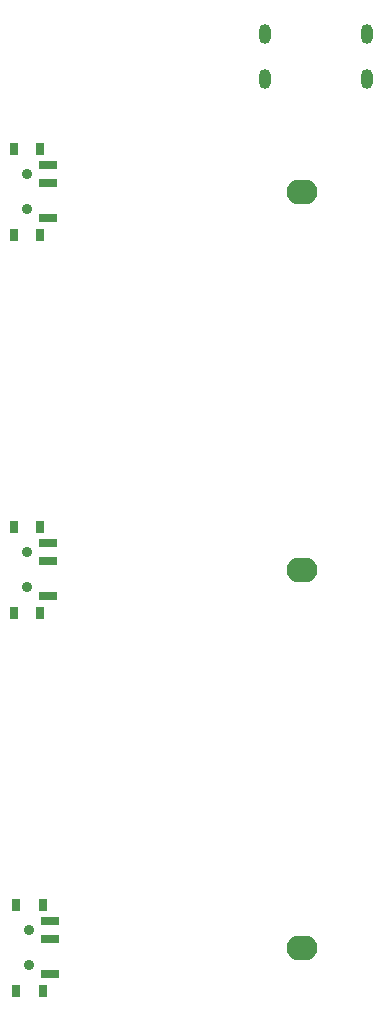
<source format=gbr>
%TF.GenerationSoftware,KiCad,Pcbnew,7.0.8*%
%TF.CreationDate,2024-03-13T10:59:52-04:00*%
%TF.ProjectId,INPUT,494e5055-542e-46b6-9963-61645f706362,rev?*%
%TF.SameCoordinates,Original*%
%TF.FileFunction,Soldermask,Bot*%
%TF.FilePolarity,Negative*%
%FSLAX46Y46*%
G04 Gerber Fmt 4.6, Leading zero omitted, Abs format (unit mm)*
G04 Created by KiCad (PCBNEW 7.0.8) date 2024-03-13 10:59:52*
%MOMM*%
%LPD*%
G01*
G04 APERTURE LIST*
%ADD10O,2.600000X2.100000*%
%ADD11O,1.000000X1.700000*%
%ADD12C,0.900000*%
%ADD13R,0.800000X1.000000*%
%ADD14R,1.500000X0.700000*%
G04 APERTURE END LIST*
D10*
%TO.C,D1*%
X25000000Y-80000000D03*
%TD*%
%TO.C,D3*%
X25000001Y-16000001D03*
%TD*%
D11*
%TO.C,P1*%
X30482000Y-6467000D03*
X21842000Y-6467000D03*
X21842000Y-2667000D03*
X30482000Y-2667000D03*
%TD*%
D10*
%TO.C,D2*%
X25000000Y-48000000D03*
%TD*%
D12*
%TO.C,SW1*%
X1895000Y-81500000D03*
X1895000Y-78500000D03*
D13*
X3005000Y-76350000D03*
X795000Y-83650000D03*
X3005000Y-83650000D03*
X795000Y-76350000D03*
D14*
X3655000Y-82250000D03*
X3655000Y-79250000D03*
X3655000Y-77750000D03*
%TD*%
D13*
%TO.C,SW3*%
X2780000Y-19650000D03*
X570000Y-19650000D03*
X570000Y-12350000D03*
D12*
X1670000Y-14500000D03*
D13*
X2780000Y-12350000D03*
D12*
X1670000Y-17500000D03*
D14*
X3430000Y-18250000D03*
X3430000Y-15250000D03*
X3430000Y-13750000D03*
%TD*%
D12*
%TO.C,SW2*%
X1670000Y-46500000D03*
D13*
X570000Y-51650000D03*
X2780000Y-51650000D03*
D12*
X1670000Y-49500000D03*
D13*
X570000Y-44350000D03*
X2780000Y-44350000D03*
D14*
X3430000Y-50250000D03*
X3430000Y-47250000D03*
X3430000Y-45750000D03*
%TD*%
M02*

</source>
